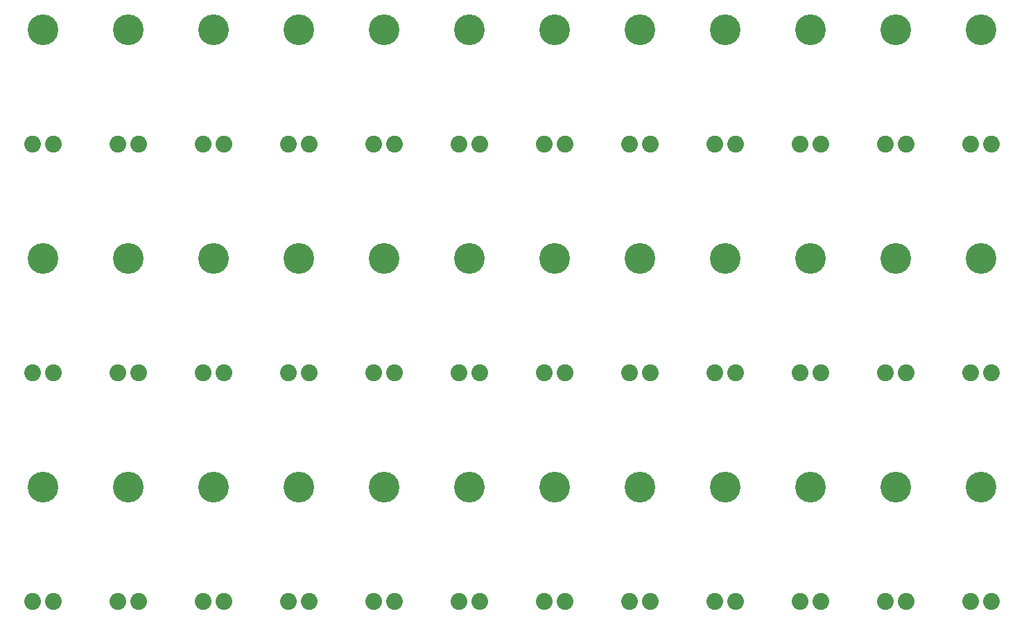
<source format=gbs>
%FSLAX34Y34*%
G04 Gerber Fmt 3.4, Leading zero omitted, Abs format*
G04 (created by PCBNEW (2014-04-22 BZR 4817)-product) date Mon 08 Sep 2014 03:11:33 PM CDT*
%MOIN*%
G01*
G70*
G90*
G04 APERTURE LIST*
%ADD10C,0.005000*%
%ADD11C,0.147732*%
%ADD12C,0.080803*%
G04 APERTURE END LIST*
G54D10*
G54D11*
X155600Y-58500D03*
X155600Y-47500D03*
X155600Y-36500D03*
X147400Y-58500D03*
X147400Y-47500D03*
X147400Y-36500D03*
X143300Y-58500D03*
X143300Y-47500D03*
X143300Y-36500D03*
X126900Y-36500D03*
X126900Y-47500D03*
X126900Y-58500D03*
X131000Y-58500D03*
X131000Y-47500D03*
X131000Y-36500D03*
X139200Y-36500D03*
X139200Y-47500D03*
X139200Y-58500D03*
X135100Y-58500D03*
X135100Y-47500D03*
X135100Y-36500D03*
X118700Y-36500D03*
X118700Y-47500D03*
X118700Y-58500D03*
X122800Y-58500D03*
X122800Y-47500D03*
X122800Y-36500D03*
X114600Y-36500D03*
X114600Y-47500D03*
X114600Y-58500D03*
X151500Y-36500D03*
X151500Y-47500D03*
X151500Y-58500D03*
X110500Y-58500D03*
X110500Y-47500D03*
X110500Y-36500D03*
G54D12*
X110000Y-42000D03*
X111000Y-42000D03*
X110000Y-53000D03*
X111000Y-53000D03*
X110000Y-64000D03*
X111000Y-64000D03*
X151000Y-64000D03*
X152000Y-64000D03*
X151000Y-53000D03*
X152000Y-53000D03*
X151000Y-42000D03*
X152000Y-42000D03*
X114100Y-64000D03*
X115100Y-64000D03*
X114100Y-53000D03*
X115100Y-53000D03*
X114100Y-42000D03*
X115100Y-42000D03*
X122300Y-42000D03*
X123300Y-42000D03*
X122300Y-53000D03*
X123300Y-53000D03*
X122300Y-64000D03*
X123300Y-64000D03*
X118200Y-64000D03*
X119200Y-64000D03*
X118200Y-53000D03*
X119200Y-53000D03*
X118200Y-42000D03*
X119200Y-42000D03*
X134600Y-42000D03*
X135600Y-42000D03*
X134600Y-53000D03*
X135600Y-53000D03*
X134600Y-64000D03*
X135600Y-64000D03*
X138700Y-64000D03*
X139700Y-64000D03*
X138700Y-53000D03*
X139700Y-53000D03*
X138700Y-42000D03*
X139700Y-42000D03*
X130500Y-42000D03*
X131500Y-42000D03*
X130500Y-53000D03*
X131500Y-53000D03*
X130500Y-64000D03*
X131500Y-64000D03*
X126400Y-64000D03*
X127400Y-64000D03*
X126400Y-53000D03*
X127400Y-53000D03*
X126400Y-42000D03*
X127400Y-42000D03*
X142800Y-42000D03*
X143800Y-42000D03*
X142800Y-53000D03*
X143800Y-53000D03*
X142800Y-64000D03*
X143800Y-64000D03*
X146900Y-42000D03*
X147900Y-42000D03*
X146900Y-53000D03*
X147900Y-53000D03*
X146900Y-64000D03*
X147900Y-64000D03*
X155100Y-42000D03*
X156100Y-42000D03*
X155100Y-53000D03*
X156100Y-53000D03*
X155100Y-64000D03*
X156100Y-64000D03*
M02*

</source>
